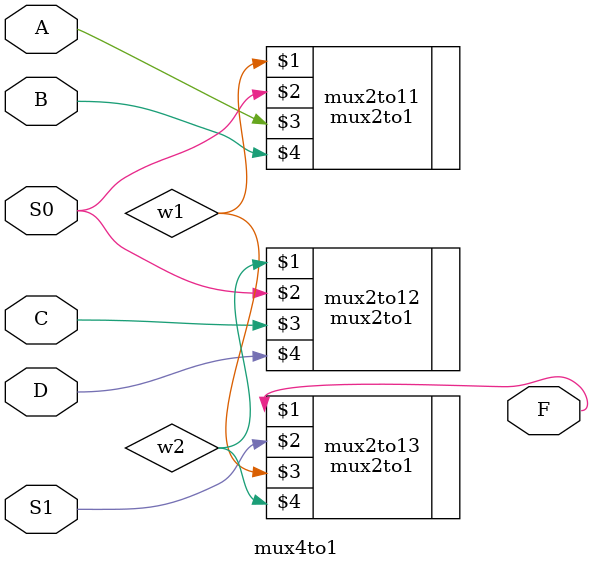
<source format=v>
module mux4to1(F, S1, S0, A, B, C, D);

output reg F;

input S1, S0, A, B, C, D;

wire w1, w2;

mux2to1 mux2to11 (w1, S0, A, B);
mux2to1 mux2to12 (w2, S0, C, D);
mux2to1 mux2to13 (F, S1, w1, w2);

endmodule

</source>
